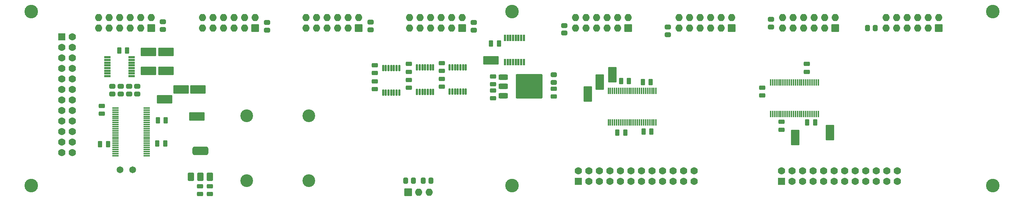
<source format=gts>
G04 #@! TF.GenerationSoftware,KiCad,Pcbnew,9.0.1*
G04 #@! TF.CreationDate,2025-05-15T03:15:06-07:00*
G04 #@! TF.ProjectId,Input_PCB_V5,496e7075-745f-4504-9342-5f56352e6b69,rev?*
G04 #@! TF.SameCoordinates,Original*
G04 #@! TF.FileFunction,Soldermask,Top*
G04 #@! TF.FilePolarity,Negative*
%FSLAX46Y46*%
G04 Gerber Fmt 4.6, Leading zero omitted, Abs format (unit mm)*
G04 Created by KiCad (PCBNEW 9.0.1) date 2025-05-15 03:15:06*
%MOMM*%
%LPD*%
G01*
G04 APERTURE LIST*
G04 Aperture macros list*
%AMRoundRect*
0 Rectangle with rounded corners*
0 $1 Rounding radius*
0 $2 $3 $4 $5 $6 $7 $8 $9 X,Y pos of 4 corners*
0 Add a 4 corners polygon primitive as box body*
4,1,4,$2,$3,$4,$5,$6,$7,$8,$9,$2,$3,0*
0 Add four circle primitives for the rounded corners*
1,1,$1+$1,$2,$3*
1,1,$1+$1,$4,$5*
1,1,$1+$1,$6,$7*
1,1,$1+$1,$8,$9*
0 Add four rect primitives between the rounded corners*
20,1,$1+$1,$2,$3,$4,$5,0*
20,1,$1+$1,$4,$5,$6,$7,0*
20,1,$1+$1,$6,$7,$8,$9,0*
20,1,$1+$1,$8,$9,$2,$3,0*%
G04 Aperture macros list end*
%ADD10RoundRect,0.102000X-1.725000X-0.925000X1.725000X-0.925000X1.725000X0.925000X-1.725000X0.925000X0*%
%ADD11C,1.650800*%
%ADD12RoundRect,0.269000X-0.494000X0.269000X-0.494000X-0.269000X0.494000X-0.269000X0.494000X0.269000X0*%
%ADD13RoundRect,0.102000X1.725000X0.925000X-1.725000X0.925000X-1.725000X-0.925000X1.725000X-0.925000X0*%
%ADD14RoundRect,0.268536X-0.469464X0.281964X-0.469464X-0.281964X0.469464X-0.281964X0.469464X0.281964X0*%
%ADD15RoundRect,0.038000X-0.850000X0.850000X-0.850000X-0.850000X0.850000X-0.850000X0.850000X0.850000X0*%
%ADD16O,1.776000X1.776000*%
%ADD17RoundRect,0.261177X0.626823X-0.626823X0.626823X0.626823X-0.626823X0.626823X-0.626823X-0.626823X0*%
%ADD18C,1.776000*%
%ADD19RoundRect,0.268536X0.281964X0.469464X-0.281964X0.469464X-0.281964X-0.469464X0.281964X-0.469464X0*%
%ADD20RoundRect,0.038000X0.177400X-0.730999X0.177400X0.730999X-0.177400X0.730999X-0.177400X-0.730999X0*%
%ADD21C,3.276000*%
%ADD22C,3.076000*%
%ADD23RoundRect,0.269000X0.494000X-0.269000X0.494000X0.269000X-0.494000X0.269000X-0.494000X-0.269000X0*%
%ADD24RoundRect,0.269000X0.269000X0.494000X-0.269000X0.494000X-0.269000X-0.494000X0.269000X-0.494000X0*%
%ADD25RoundRect,0.102000X0.925000X-1.725000X0.925000X1.725000X-0.925000X1.725000X-0.925000X-1.725000X0*%
%ADD26RoundRect,0.394000X0.394000X-0.644000X0.394000X0.644000X-0.394000X0.644000X-0.394000X-0.644000X0*%
%ADD27RoundRect,0.519000X1.419000X-0.519000X1.419000X0.519000X-1.419000X0.519000X-1.419000X-0.519000X0*%
%ADD28RoundRect,0.102000X-0.925000X1.725000X-0.925000X-1.725000X0.925000X-1.725000X0.925000X1.725000X0*%
%ADD29RoundRect,0.038000X0.177800X-0.704850X0.177800X0.704850X-0.177800X0.704850X-0.177800X-0.704850X0*%
%ADD30RoundRect,0.269000X-0.269000X-0.494000X0.269000X-0.494000X0.269000X0.494000X-0.269000X0.494000X0*%
%ADD31RoundRect,0.038000X-0.730999X-0.177400X0.730999X-0.177400X0.730999X0.177400X-0.730999X0.177400X0*%
%ADD32RoundRect,0.038000X-0.139700X0.702049X-0.139700X-0.702049X0.139700X-0.702049X0.139700X0.702049X0*%
%ADD33RoundRect,0.262750X0.475250X-0.262750X0.475250X0.262750X-0.475250X0.262750X-0.475250X-0.262750X0*%
%ADD34RoundRect,0.268536X-0.281964X-0.469464X0.281964X-0.469464X0.281964X0.469464X-0.281964X0.469464X0*%
%ADD35RoundRect,0.038000X0.850000X-0.850000X0.850000X0.850000X-0.850000X0.850000X-0.850000X-0.850000X0*%
%ADD36RoundRect,0.038000X0.702049X0.139700X-0.702049X0.139700X-0.702049X-0.139700X0.702049X-0.139700X0*%
%ADD37RoundRect,0.038000X0.139700X-0.702049X0.139700X0.702049X-0.139700X0.702049X-0.139700X-0.702049X0*%
%ADD38RoundRect,0.268536X0.469464X-0.281964X0.469464X0.281964X-0.469464X0.281964X-0.469464X-0.281964X0*%
%ADD39RoundRect,0.261177X-0.626823X-0.626823X0.626823X-0.626823X0.626823X0.626823X-0.626823X0.626823X0*%
%ADD40RoundRect,0.265833X-0.872167X-0.372167X0.872167X-0.372167X0.872167X0.372167X-0.872167X0.372167X0*%
%ADD41RoundRect,0.253273X-2.984727X-2.684727X2.984727X-2.684727X2.984727X2.684727X-2.984727X2.684727X0*%
G04 APERTURE END LIST*
D10*
X64000000Y-109300000D03*
D11*
X48466600Y-122241901D03*
X45466601Y-122241901D03*
D12*
X123099916Y-96450000D03*
X123099916Y-98350000D03*
D13*
X52300000Y-93800000D03*
D14*
X130800000Y-86675000D03*
X130800000Y-88500000D03*
D15*
X193000000Y-88000000D03*
D16*
X193000000Y-85460000D03*
X190460000Y-88000000D03*
X190460000Y-85460000D03*
X187920000Y-88000000D03*
X187920000Y-85460000D03*
X185380000Y-88000000D03*
X185380000Y-85460000D03*
X182840000Y-88000000D03*
X182840000Y-85460000D03*
X180300000Y-88000000D03*
X180300000Y-85460000D03*
D17*
X156000000Y-125000000D03*
D18*
X156000000Y-122460000D03*
X158540000Y-125000000D03*
X158540000Y-122460000D03*
X161080000Y-125000000D03*
X161080000Y-122460000D03*
X163620000Y-125000000D03*
X163620000Y-122460000D03*
X166160000Y-125000000D03*
X166160000Y-122460000D03*
X168700000Y-125000000D03*
X168700000Y-122460000D03*
X171240000Y-125000000D03*
X171240000Y-122460000D03*
X173780000Y-125000000D03*
X173780000Y-122460000D03*
X176320000Y-125000000D03*
X176320000Y-122460000D03*
X178860000Y-125000000D03*
X178860000Y-122460000D03*
X181400000Y-125000000D03*
X181400000Y-122460000D03*
X183940000Y-125000000D03*
X183940000Y-122460000D03*
D19*
X227612500Y-88000000D03*
X225787500Y-88000000D03*
D20*
X138300000Y-96242000D03*
X138949998Y-96242000D03*
X139600000Y-96242000D03*
X140249998Y-96242000D03*
X140899997Y-96242000D03*
X141549998Y-96242000D03*
X142199997Y-96242000D03*
X142849998Y-96242000D03*
X142849998Y-90400000D03*
X142200000Y-90400000D03*
X141549998Y-90400000D03*
X140900000Y-90400000D03*
X140250001Y-90400000D03*
X139600000Y-90400000D03*
X138950001Y-90400000D03*
X138300000Y-90400000D03*
D21*
X24000000Y-126000000D03*
D13*
X56500000Y-98300000D03*
D14*
X202500000Y-85887500D03*
X202500000Y-87712500D03*
D22*
X91000000Y-109150000D03*
X91000000Y-124850000D03*
D23*
X115099916Y-102400000D03*
X115099916Y-100500000D03*
D15*
X103000000Y-88000000D03*
D16*
X103000000Y-85460000D03*
X100460000Y-88000000D03*
X100460000Y-85460000D03*
X97920000Y-88000000D03*
X97920000Y-85460000D03*
X95380000Y-88000000D03*
X95380000Y-85460000D03*
X92840000Y-88000000D03*
X92840000Y-85460000D03*
X90300000Y-88000000D03*
X90300000Y-85460000D03*
D23*
X211100000Y-98550000D03*
X211100000Y-96650000D03*
D14*
X105900000Y-86587500D03*
X105900000Y-88412500D03*
D12*
X115099916Y-96650000D03*
X115099916Y-98550000D03*
D10*
X134900000Y-95800000D03*
D24*
X136850000Y-91700000D03*
X134950000Y-91700000D03*
D25*
X216700000Y-113200000D03*
D26*
X62500000Y-123900000D03*
X64800000Y-123900000D03*
D27*
X64800000Y-117600000D03*
D26*
X67100000Y-123900000D03*
D21*
X256000000Y-84000000D03*
D10*
X52300000Y-98300000D03*
D28*
X158300000Y-103900000D03*
D13*
X56200000Y-105200000D03*
D29*
X117100000Y-103405500D03*
X117749986Y-103405500D03*
X118399972Y-103405500D03*
X119049958Y-103405500D03*
X119699944Y-103405500D03*
X120349930Y-103405500D03*
X120999916Y-103405500D03*
X120999916Y-97500000D03*
X120349930Y-97500000D03*
X119699944Y-97500000D03*
X119049958Y-97500000D03*
X118399972Y-97500000D03*
X117749986Y-97500000D03*
X117100000Y-97500000D03*
D15*
X78000000Y-88000000D03*
D16*
X78000000Y-85460000D03*
X75460000Y-88000000D03*
X75460000Y-85460000D03*
X72920000Y-88000000D03*
X72920000Y-85460000D03*
X70380000Y-88000000D03*
X70380000Y-85460000D03*
X67840000Y-88000000D03*
X67840000Y-85460000D03*
X65300000Y-88000000D03*
X65300000Y-85460000D03*
D12*
X64700000Y-126150000D03*
X64700000Y-128050000D03*
D24*
X42550000Y-116015868D03*
X40650000Y-116015868D03*
D23*
X135400000Y-101550000D03*
X135400000Y-99650000D03*
D30*
X171750000Y-113000000D03*
X173650000Y-113000000D03*
D21*
X256000000Y-126000000D03*
X140000000Y-126000000D03*
D31*
X42400000Y-95050002D03*
X42400000Y-95700000D03*
X42400000Y-96350002D03*
X42400000Y-97000000D03*
X42400000Y-97649999D03*
X42400000Y-98300000D03*
X42400000Y-98949999D03*
X42400000Y-99600000D03*
X48242000Y-99600000D03*
X48242000Y-98950002D03*
X48242000Y-98300000D03*
X48242000Y-97650002D03*
X48242000Y-97000003D03*
X48242000Y-96350002D03*
X48242000Y-95700003D03*
X48242000Y-95050002D03*
D23*
X123099916Y-102150000D03*
X123099916Y-100250000D03*
D21*
X24000000Y-84000000D03*
D14*
X47600000Y-102087500D03*
X47600000Y-103912500D03*
D30*
X171550000Y-101000000D03*
X173450000Y-101000000D03*
X165450000Y-113200000D03*
X167350000Y-113200000D03*
D32*
X174749999Y-103199149D03*
X174250000Y-103199149D03*
X173750001Y-103199149D03*
X173249999Y-103199149D03*
X172750000Y-103199149D03*
X172250001Y-103199149D03*
X171750000Y-103199149D03*
X171250001Y-103199149D03*
X170749999Y-103199149D03*
X170250000Y-103199149D03*
X169750001Y-103199149D03*
X169250000Y-103199149D03*
X168750000Y-103199149D03*
X168249999Y-103199149D03*
X167750000Y-103199149D03*
X167250001Y-103199149D03*
X166749999Y-103199149D03*
X166250000Y-103199149D03*
X165749999Y-103199149D03*
X165250000Y-103199149D03*
X164750001Y-103199149D03*
X164249999Y-103199149D03*
X163750000Y-103199149D03*
X163249999Y-103199149D03*
X163250001Y-110800851D03*
X163750000Y-110800851D03*
X164249999Y-110800851D03*
X164750001Y-110800851D03*
X165250000Y-110800851D03*
X165750001Y-110800851D03*
X166250000Y-110800851D03*
X166749999Y-110800851D03*
X167250001Y-110800851D03*
X167750000Y-110800851D03*
X168250002Y-110800851D03*
X168750000Y-110800851D03*
X169250000Y-110800851D03*
X169750001Y-110800851D03*
X170250000Y-110800851D03*
X170749999Y-110800851D03*
X171250001Y-110800851D03*
X171750000Y-110800851D03*
X172250001Y-110800851D03*
X172750000Y-110800851D03*
X173249999Y-110800851D03*
X173750001Y-110800851D03*
X174250000Y-110800851D03*
X174750001Y-110800851D03*
D33*
X150100000Y-104537500D03*
X150100000Y-102662500D03*
D34*
X118587500Y-124800000D03*
X120412500Y-124800000D03*
D15*
X128000000Y-88000000D03*
D16*
X128000000Y-85460000D03*
X125460000Y-88000000D03*
X125460000Y-85460000D03*
X122920000Y-88000000D03*
X122920000Y-85460000D03*
X120380000Y-88000000D03*
X120380000Y-85460000D03*
X117840000Y-88000000D03*
X117840000Y-85460000D03*
X115300000Y-88000000D03*
X115300000Y-85460000D03*
D30*
X166300000Y-100800000D03*
X168200000Y-100800000D03*
D14*
X55800000Y-86487500D03*
X55800000Y-88312500D03*
D13*
X56500000Y-93800000D03*
D35*
X114920000Y-127600000D03*
D16*
X117460000Y-127600000D03*
X120000000Y-127600000D03*
D12*
X200400000Y-102400000D03*
X200400000Y-104300000D03*
D13*
X64200000Y-102800000D03*
D36*
X51900000Y-118799999D03*
X51900000Y-118300000D03*
X51900000Y-117800001D03*
X51900000Y-117299999D03*
X51900000Y-116800000D03*
X51900000Y-116300001D03*
X51900000Y-115800000D03*
X51900000Y-115300001D03*
X51900000Y-114799999D03*
X51900000Y-114300000D03*
X51900000Y-113800001D03*
X51900000Y-113300000D03*
X51900000Y-112800000D03*
X51900000Y-112299999D03*
X51900000Y-111800000D03*
X51900000Y-111300001D03*
X51900000Y-110799999D03*
X51900000Y-110300000D03*
X51900000Y-109799999D03*
X51900000Y-109300000D03*
X51900000Y-108800001D03*
X51900000Y-108299999D03*
X51900000Y-107800000D03*
X51900000Y-107299999D03*
X44298298Y-107300001D03*
X44298298Y-107800000D03*
X44298298Y-108299999D03*
X44298298Y-108800001D03*
X44298298Y-109300000D03*
X44298298Y-109800001D03*
X44298298Y-110300000D03*
X44298298Y-110799999D03*
X44298298Y-111300001D03*
X44298298Y-111800000D03*
X44298298Y-112300002D03*
X44298298Y-112800000D03*
X44298298Y-113300000D03*
X44298298Y-113800001D03*
X44298298Y-114300000D03*
X44298298Y-114799999D03*
X44298298Y-115300001D03*
X44298298Y-115800000D03*
X44298298Y-116300001D03*
X44298298Y-116800000D03*
X44298298Y-117299999D03*
X44298298Y-117800001D03*
X44298298Y-118300000D03*
X44298298Y-118800001D03*
D15*
X218000000Y-88000000D03*
D16*
X218000000Y-85460000D03*
X215460000Y-88000000D03*
X215460000Y-85460000D03*
X212920000Y-88000000D03*
X212920000Y-85460000D03*
X210380000Y-88000000D03*
X210380000Y-85460000D03*
X207840000Y-88000000D03*
X207840000Y-85460000D03*
X205300000Y-88000000D03*
X205300000Y-85460000D03*
D15*
X53000000Y-88000000D03*
D16*
X53000000Y-85460000D03*
X50460000Y-88000000D03*
X50460000Y-85460000D03*
X47920000Y-88000000D03*
X47920000Y-85460000D03*
X45380000Y-88000000D03*
X45380000Y-85460000D03*
X42840000Y-88000000D03*
X42840000Y-85460000D03*
X40300000Y-88000000D03*
X40300000Y-85460000D03*
D25*
X208300000Y-114400000D03*
D14*
X177600000Y-87787500D03*
X177600000Y-89612500D03*
D29*
X124949958Y-103352750D03*
X125599944Y-103352750D03*
X126249930Y-103352750D03*
X126899916Y-103352750D03*
X127549902Y-103352750D03*
X128199888Y-103352750D03*
X128849874Y-103352750D03*
X128849874Y-97447250D03*
X128199888Y-97447250D03*
X127549902Y-97447250D03*
X126899916Y-97447250D03*
X126249930Y-97447250D03*
X125599944Y-97447250D03*
X124949958Y-97447250D03*
D12*
X106899916Y-96950000D03*
X106899916Y-98850000D03*
D30*
X54550000Y-110300000D03*
X56450000Y-110300000D03*
X211250000Y-110800000D03*
X213150000Y-110800000D03*
D37*
X202399866Y-108752834D03*
X202899865Y-108752834D03*
X203399864Y-108752834D03*
X203899866Y-108752834D03*
X204399865Y-108752834D03*
X204899864Y-108752834D03*
X205399865Y-108752834D03*
X205899864Y-108752834D03*
X206399866Y-108752834D03*
X206899865Y-108752834D03*
X207399864Y-108752834D03*
X207899865Y-108752834D03*
X208399865Y-108752834D03*
X208899866Y-108752834D03*
X209399865Y-108752834D03*
X209899864Y-108752834D03*
X210399866Y-108752834D03*
X210899865Y-108752834D03*
X211399866Y-108752834D03*
X211899865Y-108752834D03*
X212399864Y-108752834D03*
X212899866Y-108752834D03*
X213399865Y-108752834D03*
X213899866Y-108752834D03*
X213899864Y-101151132D03*
X213399865Y-101151132D03*
X212899866Y-101151132D03*
X212399864Y-101151132D03*
X211899865Y-101151132D03*
X211399864Y-101151132D03*
X210899865Y-101151132D03*
X210399866Y-101151132D03*
X209899864Y-101151132D03*
X209399865Y-101151132D03*
X208899863Y-101151132D03*
X208399865Y-101151132D03*
X207899865Y-101151132D03*
X207399864Y-101151132D03*
X206899865Y-101151132D03*
X206399866Y-101151132D03*
X205899864Y-101151132D03*
X205399865Y-101151132D03*
X204899864Y-101151132D03*
X204399865Y-101151132D03*
X203899866Y-101151132D03*
X203399864Y-101151132D03*
X202899865Y-101151132D03*
X202399864Y-101151132D03*
D12*
X67100000Y-126150000D03*
X67100000Y-128050000D03*
D28*
X161200000Y-101000000D03*
D23*
X41000000Y-108700000D03*
X41000000Y-106800000D03*
D14*
X43600000Y-102087500D03*
X43600000Y-103912500D03*
D29*
X108899972Y-103558250D03*
X109549958Y-103558250D03*
X110199944Y-103558250D03*
X110849930Y-103558250D03*
X111499916Y-103558250D03*
X112149902Y-103558250D03*
X112799888Y-103558250D03*
X112799888Y-97652750D03*
X112149902Y-97652750D03*
X111499916Y-97652750D03*
X110849930Y-97652750D03*
X110199944Y-97652750D03*
X109549958Y-97652750D03*
X108899972Y-97652750D03*
D23*
X106899916Y-102750000D03*
X106899916Y-100850000D03*
D15*
X168000000Y-88000000D03*
D16*
X168000000Y-85460000D03*
X165460000Y-88000000D03*
X165460000Y-85460000D03*
X162920000Y-88000000D03*
X162920000Y-85460000D03*
X160380000Y-88000000D03*
X160380000Y-85460000D03*
X157840000Y-88000000D03*
X157840000Y-85460000D03*
X155300000Y-88000000D03*
X155300000Y-85460000D03*
D14*
X152600000Y-87387500D03*
X152600000Y-89212500D03*
D22*
X76000000Y-109150000D03*
X76000000Y-124850000D03*
D23*
X135400000Y-104950000D03*
X135400000Y-103050000D03*
D38*
X150100000Y-101112500D03*
X150100000Y-99287500D03*
D25*
X164200000Y-99300000D03*
D24*
X47142000Y-93450002D03*
X45242000Y-93450002D03*
D14*
X45600000Y-102087500D03*
X45600000Y-103912500D03*
D21*
X140000000Y-84000000D03*
D15*
X243000000Y-88000000D03*
D16*
X243000000Y-85460000D03*
X240460000Y-88000000D03*
X240460000Y-85460000D03*
X237920000Y-88000000D03*
X237920000Y-85460000D03*
X235380000Y-88000000D03*
X235380000Y-85460000D03*
X232840000Y-88000000D03*
X232840000Y-85460000D03*
X230300000Y-88000000D03*
X230300000Y-85460000D03*
D19*
X116212500Y-124800000D03*
X114387500Y-124800000D03*
D14*
X80900000Y-86687500D03*
X80900000Y-88512500D03*
D39*
X31400000Y-90160000D03*
D18*
X33940000Y-90160000D03*
X31400000Y-92700000D03*
X33940000Y-92700000D03*
X31400000Y-95240000D03*
X33940000Y-95240000D03*
X31400000Y-97780000D03*
X33940000Y-97780000D03*
X31400000Y-100320000D03*
X33940000Y-100320000D03*
X31400000Y-102860000D03*
X33940000Y-102860000D03*
X31400000Y-105400000D03*
X33940000Y-105400000D03*
X31400000Y-107940000D03*
X33940000Y-107940000D03*
X31400000Y-110480000D03*
X33940000Y-110480000D03*
X31400000Y-113020000D03*
X33940000Y-113020000D03*
X31400000Y-115560000D03*
X33940000Y-115560000D03*
X31400000Y-118100000D03*
X33940000Y-118100000D03*
D30*
X54450000Y-115900000D03*
X56350000Y-115900000D03*
D40*
X137860000Y-99820000D03*
X137860000Y-102100000D03*
D41*
X144160000Y-102100000D03*
D40*
X137860000Y-104380000D03*
D17*
X205000000Y-125000000D03*
D18*
X205000000Y-122460000D03*
X207540000Y-125000000D03*
X207540000Y-122460000D03*
X210080000Y-125000000D03*
X210080000Y-122460000D03*
X212620000Y-125000000D03*
X212620000Y-122460000D03*
X215160000Y-125000000D03*
X215160000Y-122460000D03*
X217700000Y-125000000D03*
X217700000Y-122460000D03*
X220240000Y-125000000D03*
X220240000Y-122460000D03*
X222780000Y-125000000D03*
X222780000Y-122460000D03*
X225320000Y-125000000D03*
X225320000Y-122460000D03*
X227860000Y-125000000D03*
X227860000Y-122460000D03*
X230400000Y-125000000D03*
X230400000Y-122460000D03*
X232940000Y-125000000D03*
X232940000Y-122460000D03*
D14*
X49600000Y-102087500D03*
X49600000Y-103912500D03*
D13*
X60200000Y-102800000D03*
D12*
X205000000Y-110650000D03*
X205000000Y-112550000D03*
M02*

</source>
